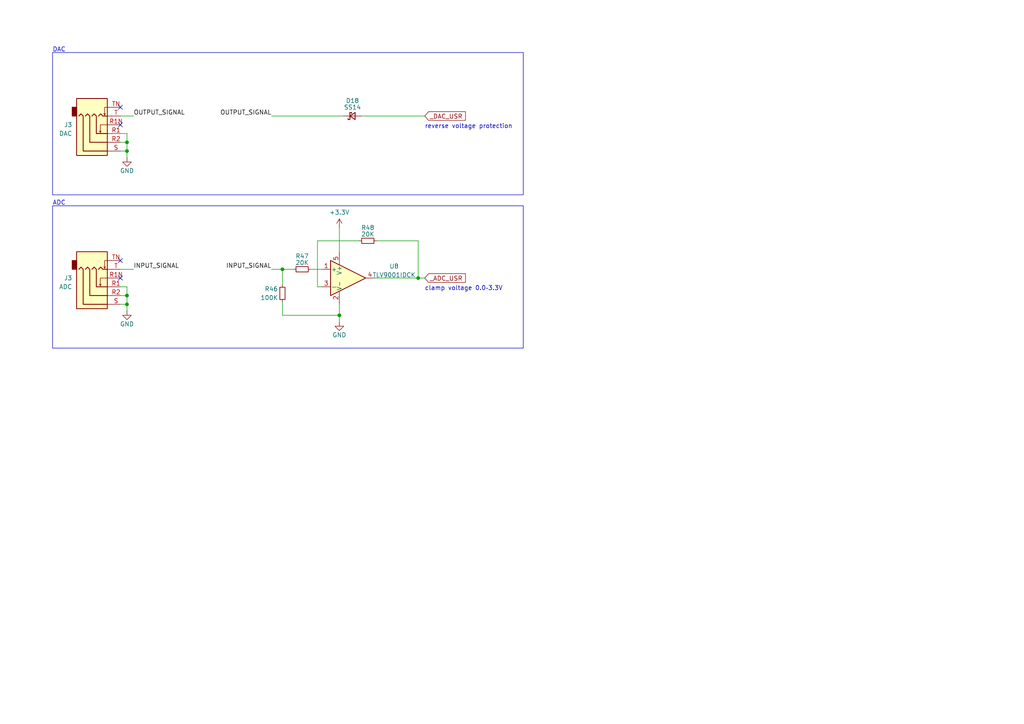
<source format=kicad_sch>
(kicad_sch (version 20230121) (generator eeschema)
  (paper "A4")
  (lib_symbols
    (symbol "Amplifier_Operational:TLV9001IDCK" (pin_names (offset 0.127))
      (property "Reference" "U" (at 7.62 2.54 0))
      (property "Value" "TLV9001IDCK" (at 11.43 -2.54 0))
      (symbol "TLV9001IDCK_0_1"
        (polyline (pts (xy -2.54 5.08) (xy -2.54 -5.08) (xy 7.62 0) (xy -2.54 5.08)) (stroke (width 0.254)) (fill (type background)))
      )
      (symbol "TLV9001IDCK_1_1"
        (pin input line (at -5.08 2.54 0) (length 2.54) (name "+") (number "1"))
        (pin power_in line (at 0 -7.62 90) (length 3.81) (name "V-") (number "2"))
        (pin input line (at -5.08 -2.54 0) (length 2.54) (name "-") (number "3"))
        (pin output line (at 10.16 0 180) (length 2.54) (name "~") (number "4"))
        (pin power_in line (at 0 7.62 270) (length 3.81) (name "V+") (number "5"))
      )
    )
    (symbol "Connector_Audio:AudioJack4_SwitchTR1"
      (property "Reference" "J" (at 0 11.43 0))
      (property "Value" "AudioJack4_SwitchTR1" (at 0 8.89 0))
      (symbol "AudioJack4_SwitchTR1_0_1"
        (rectangle (start -7.62 -5.08) (end -8.89 -7.62) (stroke (width 0.254)) (fill (type outline)))
        (polyline (pts (xy 1.27 -5.08) (xy 2.54 -5.08)))
        (polyline (pts (xy 1.27 2.54) (xy 2.54 2.54)))
        (polyline (pts (xy 2.54 0) (xy 1.27 0)))
        (polyline (pts (xy 2.54 5.08) (xy 1.27 5.08)))
        (rectangle (start 1.27 6.35) (end -7.62 -10.16) (stroke (width 0.254)) (fill (type background)))
      )
      (symbol "AudioJack4_SwitchTR1_1_1"
        (polyline (pts (xy -0.762 -0.254) (xy -0.508 -0.762)))
        (polyline (pts (xy 0.508 -5.334) (xy 0.762 -5.842)))
        (polyline (pts (xy -1.27 -5.08) (xy -0.635 -5.715) (xy 0 -5.08) (xy 1.27 -5.08)) (stroke (width 0.254)))
        (polyline (pts (xy 2.54 -7.62) (xy 0.508 -7.62) (xy 0.508 -5.334) (xy 0.254 -5.842)))
        (polyline (pts (xy 2.54 -2.54) (xy -0.762 -2.54) (xy -0.762 -0.254) (xy -1.016 -0.762)))
        (polyline (pts (xy -3.175 -5.08) (xy -2.54 -5.715) (xy -1.905 -5.08) (xy -1.905 0) (xy 1.27 0)) (stroke (width 0.254)))
        (polyline (pts (xy 1.27 2.54) (xy -3.81 2.54) (xy -3.81 -5.08) (xy -4.445 -5.715) (xy -5.08 -5.08)) (stroke (width 0.254)))
        (polyline (pts (xy 1.27 5.08) (xy -5.715 5.08) (xy -5.715 -5.08) (xy -6.35 -5.715) (xy -6.985 -5.08)) (stroke (width 0.254)))
        (pin passive line (at 5.08 0 180) (length 2.54) (name "~") (number "R1"))
        (pin passive line (at 5.08 -2.54 180) (length 2.54) (name "~") (number "R1N"))
        (pin passive line (at 5.08 2.54 180) (length 2.54) (name "~") (number "R2"))
        (pin passive line (at 5.08 5.08 180) (length 2.54) (name "~") (number "S"))
        (pin passive line (at 5.08 -5.08 180) (length 2.54) (name "~") (number "T"))
        (pin passive line (at 5.08 -7.62 180) (length 2.54) (name "~") (number "TN"))
      )
    )
    (symbol "Device:D_Schottky_Small" (pin_numbers hide) (pin_names (offset 0.254) hide)
      (property "Reference" "D" (at -1.27 2.032 0))
      (property "Value" "D_Schottky_Small" (at -7.112 -2.032 0))
      (symbol "D_Schottky_Small_0_1"
        (polyline (pts (xy -0.762 0) (xy 0.762 0)))
        (polyline (pts (xy 0.762 -1.016) (xy -0.762 0) (xy 0.762 1.016) (xy 0.762 -1.016)) (stroke (width 0.254)))
        (polyline (pts (xy -1.27 0.762) (xy -1.27 1.016) (xy -0.762 1.016) (xy -0.762 -1.016) (xy -0.254 -1.016) (xy -0.254 -0.762)) (stroke (width 0.254)))
      )
      (symbol "D_Schottky_Small_1_1"
        (pin passive line (at -2.54 0 0) (length 1.778) (name "K") (number "1"))
        (pin passive line (at 2.54 0 180) (length 1.778) (name "A") (number "2"))
      )
    )
    (symbol "Device:R_Small" (pin_numbers hide) (pin_names (offset 0.254) hide)
      (property "Reference" "R" (at 0.762 0.508 0))
      (property "Value" "R_Small" (at 0.762 -1.016 0))
      (symbol "R_Small_0_1"
        (rectangle (start -0.762 1.778) (end 0.762 -1.778) (stroke (width 0.2032)))
      )
      (symbol "R_Small_1_1"
        (pin passive line (at 0 2.54 270) (length 0.762) (name "~") (number "1"))
        (pin passive line (at 0 -2.54 90) (length 0.762) (name "~") (number "2"))
      )
    )
    (symbol "power:+3.3V" (power) (pin_names (offset 0))
      (property "Value" "+3.3V" (at 0 3.556 0))
      (symbol "+3.3V_0_1"
        (polyline (pts (xy -0.762 1.27) (xy 0 2.54)))
        (polyline (pts (xy 0 0) (xy 0 2.54)))
        (polyline (pts (xy 0 2.54) (xy 0.762 1.27)))
      )
      (symbol "+3.3V_1_1"
        (pin power_in line (at 0 0 90) (length 0) hide (name "+3.3V") (number "1"))
      )
    )
    (symbol "power:GND" (power) (pin_names (offset 0))
      (property "Value" "GND" (at 0 -3.81 0))
      (symbol "GND_0_1"
        (polyline (pts (xy 0 0) (xy 0 -1.27) (xy 1.27 -1.27) (xy 0 -2.54) (xy -1.27 -1.27) (xy 0 -1.27)))
      )
      (symbol "GND_1_1"
        (pin power_in line (at 0 0 270) (length 0) hide (name "GND") (number "1"))
      )
    )
  )
  (junction (at 121.285 80.645))
  (junction (at 81.915 78.105))
  (junction (at 36.83 41.275))
  (junction (at 36.83 43.815))
  (junction (at 98.425 91.44))
  (junction (at 36.83 85.725))
  (junction (at 36.83 88.265))
  (no_connect (at 34.925 31.115))
  (no_connect (at 34.925 36.195))
  (no_connect (at 34.925 75.565))
  (no_connect (at 34.925 80.645))
  (wire (pts (xy 36.83 83.185) (xy 34.925 83.185)))
  (wire (pts (xy 90.17 78.105) (xy 93.345 78.105)))
  (wire (pts (xy 34.925 38.735) (xy 36.83 38.735)))
  (wire (pts (xy 121.285 80.645) (xy 123.19 80.645)))
  (wire (pts (xy 36.83 88.265) (xy 36.83 90.17)))
  (wire (pts (xy 98.425 66.04) (xy 98.425 73.025)))
  (wire (pts (xy 81.915 78.105) (xy 85.09 78.105)))
  (wire (pts (xy 78.74 78.105) (xy 81.915 78.105)))
  (wire (pts (xy 81.915 91.44) (xy 98.425 91.44)))
  (wire (pts (xy 36.83 43.815) (xy 36.83 45.72)))
  (wire (pts (xy 36.83 41.275) (xy 36.83 43.815)))
  (wire (pts (xy 98.425 91.44) (xy 98.425 93.345)))
  (wire (pts (xy 36.83 83.185) (xy 36.83 85.725)))
  (wire (pts (xy 93.345 83.185) (xy 92.075 83.185)))
  (wire (pts (xy 109.22 69.85) (xy 121.285 69.85)))
  (wire (pts (xy 99.695 33.655) (xy 78.74 33.655)))
  (wire (pts (xy 36.83 85.725) (xy 36.83 88.265)))
  (wire (pts (xy 36.83 41.275) (xy 34.925 41.275)))
  (wire (pts (xy 104.775 33.655) (xy 123.19 33.655)))
  (wire (pts (xy 92.075 69.85) (xy 104.14 69.85)))
  (wire (pts (xy 92.075 69.85) (xy 92.075 83.185)))
  (wire (pts (xy 98.425 88.265) (xy 98.425 91.44)))
  (wire (pts (xy 38.735 33.655) (xy 34.925 33.655)))
  (wire (pts (xy 81.915 87.63) (xy 81.915 91.44)))
  (wire (pts (xy 36.83 88.265) (xy 34.925 88.265)))
  (wire (pts (xy 34.925 85.725) (xy 36.83 85.725)))
  (wire (pts (xy 108.585 80.645) (xy 121.285 80.645)))
  (wire (pts (xy 121.285 69.85) (xy 121.285 80.645)))
  (wire (pts (xy 38.735 78.105) (xy 34.925 78.105)))
  (wire (pts (xy 36.83 43.815) (xy 34.925 43.815)))
  (wire (pts (xy 36.83 38.735) (xy 36.83 41.275)))
  (wire (pts (xy 81.915 78.105) (xy 81.915 82.55)))
  (rectangle (start 15.24 59.69) (end 151.765 100.965))
  (rectangle (start 15.24 15.24) (end 151.765 56.515))
  (text "clamp voltage 0.0–3.3V" (at 123.19 84.455 0) (effects (font (size 1.27 1.27)) (justify left bottom)))
  (text "reverse voltage protection" (at 123.19 37.465 0) (effects (font (size 1.27 1.27)) (justify left bottom)))
  (text "DAC" (at 15.24 15.24 0) (effects (font (size 1.27 1.27)) (justify left bottom)))
  (text "ADC" (at 15.24 59.69 0) (effects (font (size 1.27 1.27)) (justify left bottom)))
  (label "INPUT_SIGNAL" (at 38.735 78.105 0))
  (label "OUTPUT_SIGNAL" (at 78.74 33.655 180))
  (label "INPUT_SIGNAL" (at 78.74 78.105 180))
  (label "OUTPUT_SIGNAL" (at 38.735 33.655 0))
  (global_label "_ADC_USR" (shape input) (at 123.19 80.645 0) (property "Intersheetrefs" "${INTERSHEET_REFS}" (effects hide)))
  (global_label "_DAC_USR" (shape input) (at 123.19 33.655 0) (property "Intersheetrefs" "${INTERSHEET_REFS}" (effects hide)))
  (symbol (lib_id "power:GND") (at 98.425 93.345 0) (unit 1)
    (property "Reference" "#PWR03" (effects hide))
    (property "Value" "GND" (at 98.425 97.155 0))
    (instances (project "KLST_PANDA" (path "" (reference "#PWR03") (unit 1)) (path "" (reference "#PWR02") (unit 1)) (path "" (reference "#PWR074") (unit 1))))
  )
  (symbol (lib_id "power:GND") (at 36.83 90.17 0) (mirror y) (unit 1)
    (property "Reference" "#PWR03" (effects hide))
    (property "Value" "GND" (at 36.83 93.98 0))
    (instances (project "KLST_PANDA" (path "" (reference "#PWR03") (unit 1)) (path "" (reference "#PWR02") (unit 1)) (path "" (reference "#PWR072") (unit 1))))
  )
  (symbol (lib_id "power:GND") (at 36.83 45.72 0) (mirror y) (unit 1)
    (property "Reference" "#PWR03" (effects hide))
    (property "Value" "GND" (at 36.83 49.53 0))
    (instances (project "KLST_PANDA" (path "" (reference "#PWR03") (unit 1)) (path "" (reference "#PWR02") (unit 1)) (path "" (reference "#PWR071") (unit 1))))
  )
  (symbol (lib_id "Device:R_Small") (at 87.63 78.105 90) (unit 1)
    (property "Reference" "R47" (at 87.63 74.295 90))
    (property "Value" "20K" (at 87.63 76.2 90))
    (property "Footprint" "Resistor_SMD:R_0805_2012Metric" (effects hide))
    (property "Description" "125mW" (effects hide))
    (property "JLCPCB" "C4328" (effects hide))
  )
  (symbol (lib_id "Amplifier_Operational:TLV9001IDCK") (at 98.425 80.645 0) (unit 1)
    (property "Reference" "U8" (at 114.3 77.2161 0))
    (property "Value" "TLV9001IDCK" (at 114.3 79.7561 0))
    (property "Footprint" "Package_TO_SOT_SMD:SOT-353_SC-70-5" (effects hide))
    (property "Datasheet" "https://www.ti.com/lit/ds/symlink/tlv9001.pdf" (effects hide))
    (property "JLCPCB" "C398362" (effects hide))
  )
  (symbol (lib_id "power:+3.3V") (at 98.425 66.04 0) (unit 1)
    (property "Reference" "#PWR073" (effects hide))
    (property "Value" "+3.3V" (at 98.425 61.595 0))
  )
  (symbol (lib_id "Device:D_Schottky_Small") (at 102.235 33.655 0) (mirror x) (unit 1)
    (property "Reference" "D18" (at 102.235 29.21 0))
    (property "Value" "SS14" (at 102.235 31.115 0))
    (property "Footprint" "Diode_SMD:D_SMA" (effects hide))
    (property "Datasheet" "https://datasheet.lcsc.com/szlcsc/Changjiang-Electronics-Tech-CJ-B5819W_C8598.pdf" (effects hide))
    (property "MFR.Part #" "B5819W" (effects hide))
    (property "Extended Part" "-" (effects hide))
    (property "JLCPCB" "C2480" (effects hide))
    (instances (project "KLST_SHEEP" (path "" (reference "D18") (unit 1))) (project "KLST_PANDA" (path "" (reference "D8") (unit 1)) (path "" (reference "D9") (unit 1)) (path "" (reference "D14") (unit 1))))
  )
  (symbol (lib_id "Connector_Audio:AudioJack4_SwitchTR1") (at 29.845 83.185 0) (mirror x) (unit 1)
    (property "Reference" "J3" (at 20.955 80.645 0) (effects (justify right)))
    (property "Value" "ADC" (at 20.955 83.185 0) (effects (justify right)))
    (property "Footprint" "PJ-316A-6A:PJ-316A-6A" (effects hide))
    (property "Datasheet" "https://datasheet.lcsc.com/szlcsc/1810121710_Korean-Hroparts-Elec-PJ-316A-6A_C128987.pdf" (effects hide))
    (property "JLCPCB" "C128987" (effects hide))
    (instances (project "KLST_PANDA" (path "" (reference "J3") (unit 1)) (path "" (reference "J12") (unit 1))))
  )
  (symbol (lib_id "Connector_Audio:AudioJack4_SwitchTR1") (at 29.845 38.735 0) (mirror x) (unit 1)
    (property "Reference" "J3" (at 20.955 36.195 0) (effects (justify right)))
    (property "Value" "DAC" (at 20.955 38.735 0) (effects (justify right)))
    (property "Footprint" "PJ-316A-6A:PJ-316A-6A" (effects hide))
    (property "Datasheet" "https://datasheet.lcsc.com/szlcsc/1810121710_Korean-Hroparts-Elec-PJ-316A-6A_C128987.pdf" (effects hide))
    (property "JLCPCB" "C128987" (effects hide))
    (instances (project "KLST_PANDA" (path "" (reference "J3") (unit 1)) (path "" (reference "J11") (unit 1))))
  )
  (symbol (lib_id "Device:R_Small") (at 81.915 85.09 0) (mirror y) (unit 1)
    (property "Reference" "R46" (at 80.645 83.82 0) (effects (justify left)))
    (property "Value" "100K" (at 80.645 86.36 0) (effects (justify left)))
    (property "Footprint" "Resistor_SMD:R_0805_2012Metric" (effects hide))
    (property "Description" "125mW" (effects hide))
    (property "JLCPCB" "C25611" (effects hide))
  )
  (symbol (lib_id "Device:R_Small") (at 106.68 69.85 90) (unit 1)
    (property "Reference" "R48" (at 106.68 66.04 90))
    (property "Value" "20K" (at 106.68 67.945 90))
    (property "Footprint" "Resistor_SMD:R_0805_2012Metric" (effects hide))
    (property "Description" "125mW" (effects hide))
    (property "JLCPCB" "C4328" (effects hide))
  )
)
</source>
